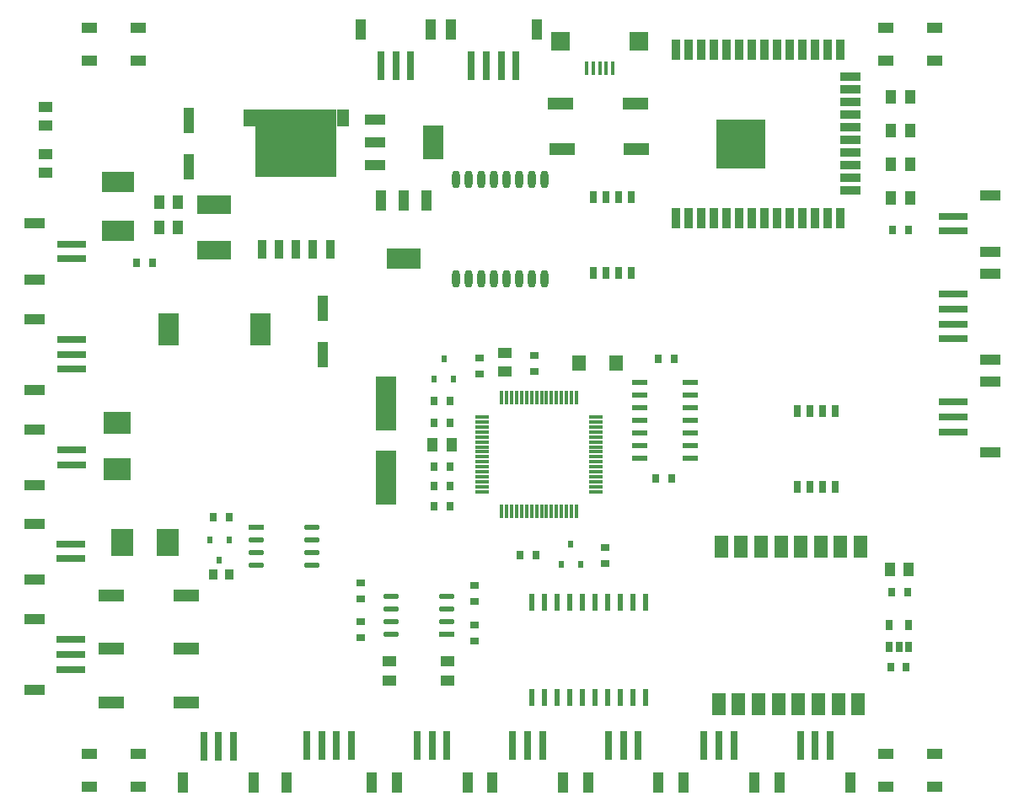
<source format=gtp>
G04*
G04 #@! TF.GenerationSoftware,Altium Limited,Altium Designer,21.2.2 (38)*
G04*
G04 Layer_Color=8421504*
%FSTAX24Y24*%
%MOIN*%
G70*
G04*
G04 #@! TF.SameCoordinates,D9C69337-02A0-443D-9D67-ED1C811D3BAA*
G04*
G04*
G04 #@! TF.FilePolarity,Positive*
G04*
G01*
G75*
%ADD22R,0.0256X0.0335*%
%ADD23R,0.0787X0.1260*%
%ADD24R,0.1142X0.0276*%
%ADD25R,0.0787X0.0433*%
%ADD26R,0.0571X0.0394*%
%ADD27R,0.0591X0.0394*%
%ADD28R,0.0748X0.0748*%
%ADD29R,0.0138X0.0531*%
%ADD30R,0.0236X0.0276*%
%ADD31R,0.1969X0.1969*%
%ADD32R,0.0354X0.0787*%
%ADD33R,0.0787X0.0354*%
%ADD34R,0.0984X0.0472*%
%ADD35R,0.0299X0.0500*%
%ADD36O,0.0315X0.0709*%
%ADD37R,0.0433X0.0787*%
%ADD38R,0.0276X0.1142*%
%ADD39R,0.3200X0.2672*%
%ADD40R,0.0341X0.0770*%
%ADD41R,0.1335X0.0772*%
%ADD42R,0.0787X0.2165*%
%ADD43R,0.1378X0.0787*%
%ADD44R,0.0394X0.0787*%
%ADD45R,0.0787X0.0394*%
%ADD46R,0.0787X0.1378*%
%ADD47R,0.1102X0.0866*%
%ADD48R,0.0866X0.1102*%
%ADD49R,0.0374X0.0394*%
%ADD50O,0.0630X0.0217*%
%ADD51R,0.0630X0.0217*%
%ADD52R,0.0335X0.0256*%
%ADD53R,0.0394X0.0571*%
%ADD54R,0.0531X0.0118*%
%ADD55R,0.0118X0.0531*%
%ADD56R,0.0539X0.0638*%
%ADD57R,0.0600X0.0210*%
%ADD58R,0.0210X0.0670*%
%ADD59R,0.0551X0.0866*%
%ADD60R,0.0256X0.0417*%
%ADD61R,0.0394X0.1024*%
%ADD62R,0.1299X0.0787*%
G36*
X019566Y037517D02*
X019056D01*
Y036845D01*
X019566D01*
Y037517D01*
D02*
G37*
G36*
X023228D02*
X022757D01*
Y036845D01*
X023228D01*
Y037517D01*
D02*
G37*
D22*
X027228Y021832D02*
D03*
X026598D02*
D03*
X014843Y031457D02*
D03*
X015472D02*
D03*
X018504Y021378D02*
D03*
X017874D02*
D03*
X027228Y02262D02*
D03*
X026598D02*
D03*
Y023407D02*
D03*
X027228D02*
D03*
Y025139D02*
D03*
X026598D02*
D03*
X027228Y026005D02*
D03*
X026598D02*
D03*
X036083Y027657D02*
D03*
X035453D02*
D03*
X036004Y022913D02*
D03*
X035374D02*
D03*
X045276Y015472D02*
D03*
X044646D02*
D03*
X044685Y018425D02*
D03*
X045315D02*
D03*
X045354Y032756D02*
D03*
X044724D02*
D03*
X03Y019902D02*
D03*
X03063D02*
D03*
D23*
X019744Y028839D02*
D03*
X016083D02*
D03*
D24*
X012244Y019744D02*
D03*
Y020335D02*
D03*
X047126Y024764D02*
D03*
Y025354D02*
D03*
X047126Y025945D02*
D03*
Y030217D02*
D03*
X047126Y028445D02*
D03*
Y029035D02*
D03*
X047126Y029626D02*
D03*
X047126Y032717D02*
D03*
Y033307D02*
D03*
X012244Y016555D02*
D03*
Y015965D02*
D03*
X012244Y015374D02*
D03*
X012264Y023465D02*
D03*
Y024055D02*
D03*
Y027244D02*
D03*
X012264Y027835D02*
D03*
Y028425D02*
D03*
Y031614D02*
D03*
Y032205D02*
D03*
D25*
X010787Y018937D02*
D03*
Y021142D02*
D03*
X048583Y023957D02*
D03*
Y026752D02*
D03*
Y031024D02*
D03*
Y027638D02*
D03*
Y031909D02*
D03*
Y034114D02*
D03*
X010787Y017362D02*
D03*
Y014567D02*
D03*
X010807Y022657D02*
D03*
Y024862D02*
D03*
X010807Y026437D02*
D03*
Y029232D02*
D03*
Y030807D02*
D03*
Y033012D02*
D03*
D26*
X01122Y035768D02*
D03*
Y03502D02*
D03*
X027126Y015689D02*
D03*
Y014941D02*
D03*
X024843D02*
D03*
Y015689D02*
D03*
X02939Y027894D02*
D03*
Y027146D02*
D03*
X01122Y037638D02*
D03*
Y03689D02*
D03*
D27*
X012972Y040768D02*
D03*
X014902D02*
D03*
X012972Y039469D02*
D03*
X014902D02*
D03*
X046398D02*
D03*
X044468D02*
D03*
X046398Y040768D02*
D03*
X044468D02*
D03*
Y012028D02*
D03*
X046398D02*
D03*
X044468Y010728D02*
D03*
X046398D02*
D03*
X012972Y012028D02*
D03*
X014902D02*
D03*
X012972Y010728D02*
D03*
X014902D02*
D03*
D28*
X031594Y040213D02*
D03*
X034705D02*
D03*
D29*
X033661Y039159D02*
D03*
X033406D02*
D03*
X03315D02*
D03*
X032894D02*
D03*
X032638D02*
D03*
D30*
X01811Y019705D02*
D03*
X017736Y020492D02*
D03*
X018484D02*
D03*
X02698Y027654D02*
D03*
X027354Y026866D02*
D03*
X026606D02*
D03*
X031634Y019528D02*
D03*
X032382D02*
D03*
X032008Y020315D02*
D03*
D31*
X038736Y036167D02*
D03*
D32*
X042677Y033215D02*
D03*
X042177D02*
D03*
X041677D02*
D03*
X041177D02*
D03*
X040677D02*
D03*
X040177D02*
D03*
X039677D02*
D03*
X039177D02*
D03*
X038677D02*
D03*
X038177D02*
D03*
X037677D02*
D03*
X037177D02*
D03*
X036677D02*
D03*
X036177D02*
D03*
X042677Y039907D02*
D03*
X042177D02*
D03*
X041677D02*
D03*
X041177D02*
D03*
X040677D02*
D03*
X040177D02*
D03*
X039677D02*
D03*
X039177D02*
D03*
X038677D02*
D03*
X038177D02*
D03*
X037677D02*
D03*
X037177D02*
D03*
X036677D02*
D03*
X036177D02*
D03*
D33*
X043071Y034311D02*
D03*
Y034811D02*
D03*
Y035311D02*
D03*
Y035811D02*
D03*
Y036311D02*
D03*
Y036811D02*
D03*
Y037311D02*
D03*
Y037811D02*
D03*
Y038311D02*
D03*
Y038811D02*
D03*
D34*
X031594Y037756D02*
D03*
X034547D02*
D03*
X034606Y035945D02*
D03*
X031654D02*
D03*
X016791Y014055D02*
D03*
X013839D02*
D03*
X016791Y016181D02*
D03*
X013839D02*
D03*
Y018307D02*
D03*
X016791D02*
D03*
D35*
X033892Y031059D02*
D03*
Y034059D02*
D03*
X034392Y031059D02*
D03*
Y034059D02*
D03*
X033392Y031059D02*
D03*
Y034059D02*
D03*
X032892Y031059D02*
D03*
Y034059D02*
D03*
X040957Y025591D02*
D03*
Y022591D02*
D03*
X041457Y025591D02*
D03*
Y022591D02*
D03*
X042457Y025591D02*
D03*
Y022591D02*
D03*
X041957Y025591D02*
D03*
Y022591D02*
D03*
D36*
X027463Y030827D02*
D03*
X027963D02*
D03*
X028463D02*
D03*
X028963D02*
D03*
X029463D02*
D03*
X029963D02*
D03*
X030463D02*
D03*
X030963D02*
D03*
X027463Y034764D02*
D03*
X027963D02*
D03*
X028463D02*
D03*
X028963D02*
D03*
X029463D02*
D03*
X029963D02*
D03*
X030463D02*
D03*
X030963D02*
D03*
D37*
X027264Y040709D02*
D03*
X03065D02*
D03*
X023681D02*
D03*
X026476D02*
D03*
X040276Y010906D02*
D03*
X043071D02*
D03*
X039256Y010902D02*
D03*
X036461D02*
D03*
X035476D02*
D03*
X032681D02*
D03*
X031697D02*
D03*
X028902D02*
D03*
X027917D02*
D03*
X025122D02*
D03*
X024138D02*
D03*
X020752D02*
D03*
X016677Y010886D02*
D03*
X019472D02*
D03*
D38*
X028071Y039252D02*
D03*
X029843Y039252D02*
D03*
X029252D02*
D03*
X028661Y039252D02*
D03*
X024488D02*
D03*
X025079Y039252D02*
D03*
X025669D02*
D03*
X041083Y012362D02*
D03*
X041673D02*
D03*
X042264Y012362D02*
D03*
X038449Y012358D02*
D03*
X037858Y012358D02*
D03*
X037268D02*
D03*
X034669Y012358D02*
D03*
X034079Y012358D02*
D03*
X033488D02*
D03*
X03089Y012358D02*
D03*
X030299Y012358D02*
D03*
X029709D02*
D03*
X02711Y012358D02*
D03*
X02652Y012358D02*
D03*
X025929D02*
D03*
X023331Y012358D02*
D03*
X021559Y012358D02*
D03*
X02215D02*
D03*
X02274Y012358D02*
D03*
X017484Y012343D02*
D03*
X018075D02*
D03*
X018665Y012343D02*
D03*
D39*
X021142Y036181D02*
D03*
D40*
X02248Y031978D02*
D03*
X021811D02*
D03*
X021144D02*
D03*
X020472D02*
D03*
X019803D02*
D03*
D41*
X017894Y03376D02*
D03*
Y031949D02*
D03*
D42*
X024693Y022957D02*
D03*
Y025909D02*
D03*
D43*
X025394Y031614D02*
D03*
D44*
X024488Y033937D02*
D03*
X025394D02*
D03*
X026299D02*
D03*
D45*
X024252Y037126D02*
D03*
Y03622D02*
D03*
Y035315D02*
D03*
D46*
X026575Y03622D02*
D03*
D47*
X014055Y025118D02*
D03*
Y023307D02*
D03*
D48*
X014252Y020394D02*
D03*
X016063D02*
D03*
D49*
X018504Y019134D02*
D03*
X017874D02*
D03*
D50*
X02176Y019482D02*
D03*
Y019982D02*
D03*
Y020482D02*
D03*
Y020982D02*
D03*
X01955Y019982D02*
D03*
Y020482D02*
D03*
Y019482D02*
D03*
X027104Y018274D02*
D03*
Y017274D02*
D03*
Y017774D02*
D03*
X024894Y016774D02*
D03*
Y017274D02*
D03*
Y017774D02*
D03*
Y018274D02*
D03*
D51*
X01955Y020982D02*
D03*
X027104Y016774D02*
D03*
D52*
X023701Y016614D02*
D03*
Y017244D02*
D03*
X023701Y01878D02*
D03*
Y01815D02*
D03*
X028189Y018071D02*
D03*
Y018701D02*
D03*
X028189Y017126D02*
D03*
Y016496D02*
D03*
X030551Y027165D02*
D03*
Y027795D02*
D03*
X033346Y019567D02*
D03*
Y020197D02*
D03*
X028386Y027068D02*
D03*
Y027698D02*
D03*
D53*
X026539Y024273D02*
D03*
X027287D02*
D03*
X044626Y019331D02*
D03*
X045374D02*
D03*
X045413Y034016D02*
D03*
X044665D02*
D03*
X045413Y035354D02*
D03*
X044665D02*
D03*
Y038031D02*
D03*
X045413D02*
D03*
X044665Y036693D02*
D03*
X045413D02*
D03*
X015728Y033858D02*
D03*
X016476D02*
D03*
X015728Y032854D02*
D03*
X016476D02*
D03*
D54*
X028504Y024962D02*
D03*
Y023978D02*
D03*
Y023781D02*
D03*
Y023584D02*
D03*
Y023387D02*
D03*
Y02319D02*
D03*
Y022994D02*
D03*
Y022797D02*
D03*
Y024175D02*
D03*
Y024371D02*
D03*
Y024568D02*
D03*
Y024765D02*
D03*
Y025356D02*
D03*
Y025159D02*
D03*
Y0226D02*
D03*
Y022403D02*
D03*
X032992Y023978D02*
D03*
Y023781D02*
D03*
Y022797D02*
D03*
Y022994D02*
D03*
Y02319D02*
D03*
Y023387D02*
D03*
Y023584D02*
D03*
Y024175D02*
D03*
Y024371D02*
D03*
Y024568D02*
D03*
Y024765D02*
D03*
Y024962D02*
D03*
Y025159D02*
D03*
Y025356D02*
D03*
Y0226D02*
D03*
Y022403D02*
D03*
D55*
X030846Y026123D02*
D03*
X03065D02*
D03*
X029272D02*
D03*
X029469D02*
D03*
X029665D02*
D03*
X029862D02*
D03*
X030059D02*
D03*
X031043D02*
D03*
X03124D02*
D03*
X031437D02*
D03*
X031634D02*
D03*
X031831D02*
D03*
X030256D02*
D03*
X032224D02*
D03*
X032028D02*
D03*
X030453D02*
D03*
Y021635D02*
D03*
X03124D02*
D03*
X031437D02*
D03*
X031634D02*
D03*
X031831D02*
D03*
X032028D02*
D03*
X032224D02*
D03*
X03065D02*
D03*
X030256D02*
D03*
X030059D02*
D03*
X029862D02*
D03*
X029665D02*
D03*
X029469D02*
D03*
X030846D02*
D03*
X031043D02*
D03*
X029272D02*
D03*
D56*
X032341Y02748D02*
D03*
X033801D02*
D03*
D57*
X034744Y023724D02*
D03*
Y024224D02*
D03*
Y024724D02*
D03*
Y025224D02*
D03*
Y025724D02*
D03*
Y026224D02*
D03*
X036744Y026724D02*
D03*
Y026224D02*
D03*
Y025724D02*
D03*
Y025224D02*
D03*
Y024724D02*
D03*
Y024224D02*
D03*
Y023724D02*
D03*
X034744Y026724D02*
D03*
D58*
X034965Y018032D02*
D03*
X034465D02*
D03*
X033965D02*
D03*
X033465D02*
D03*
X032965D02*
D03*
X032465D02*
D03*
X031965D02*
D03*
X031465D02*
D03*
X030965D02*
D03*
X030465D02*
D03*
Y014272D02*
D03*
X030965D02*
D03*
X031465D02*
D03*
X031965D02*
D03*
X032465D02*
D03*
X032965D02*
D03*
X033465D02*
D03*
X033965D02*
D03*
X034465D02*
D03*
X034965D02*
D03*
D59*
X042677Y020236D02*
D03*
X043465D02*
D03*
X04189D02*
D03*
X041102D02*
D03*
X040315D02*
D03*
X039528D02*
D03*
X03874D02*
D03*
X037953D02*
D03*
X04258Y013998D02*
D03*
X043367D02*
D03*
X041793D02*
D03*
X041005D02*
D03*
X040218D02*
D03*
X03943D02*
D03*
X038643D02*
D03*
X037856D02*
D03*
D60*
X044606Y017126D02*
D03*
Y01626D02*
D03*
X04498D02*
D03*
X045354Y017126D02*
D03*
Y01626D02*
D03*
D61*
X01689Y035276D02*
D03*
Y037087D02*
D03*
X022205Y029646D02*
D03*
Y027835D02*
D03*
D62*
X014094Y032736D02*
D03*
Y034665D02*
D03*
M02*

</source>
